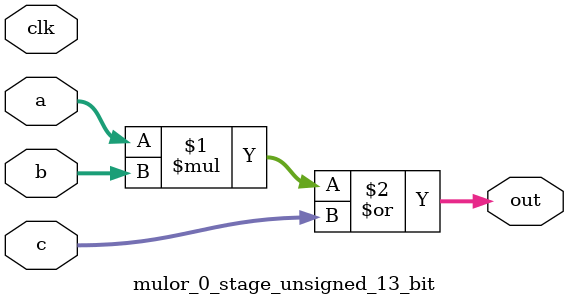
<source format=sv>
(* use_dsp = "yes" *) module mulor_0_stage_unsigned_13_bit(
	input  [12:0] a,
	input  [12:0] b,
	input  [12:0] c,
	output [12:0] out,
	input clk);

	assign out = (a * b) | c;
endmodule

</source>
